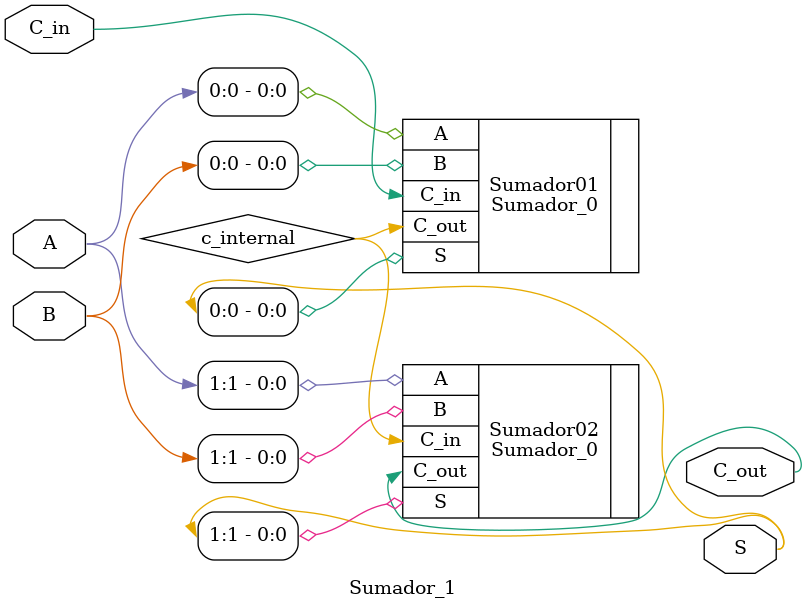
<source format=v>
`timescale 1ns / 1ps

module Sumador_1(input wire [1:0] A, B, // 2 bits de entrada
                 input wire C_in,
                 output wire [1:0] S,
                 output wire C_out);

wire c_internal;

Sumador_0 Sumador01 (.A(A[0]), .B(B[0]), .C_in(C_in), .S(S[0]), .C_out(c_internal)); // lo que se envía al primer sumador
Sumador_0 Sumador02 (.A(A[1]), .B(B[1]), .C_in(c_internal), .S(S[1]), .C_out(C_out));

endmodule

</source>
